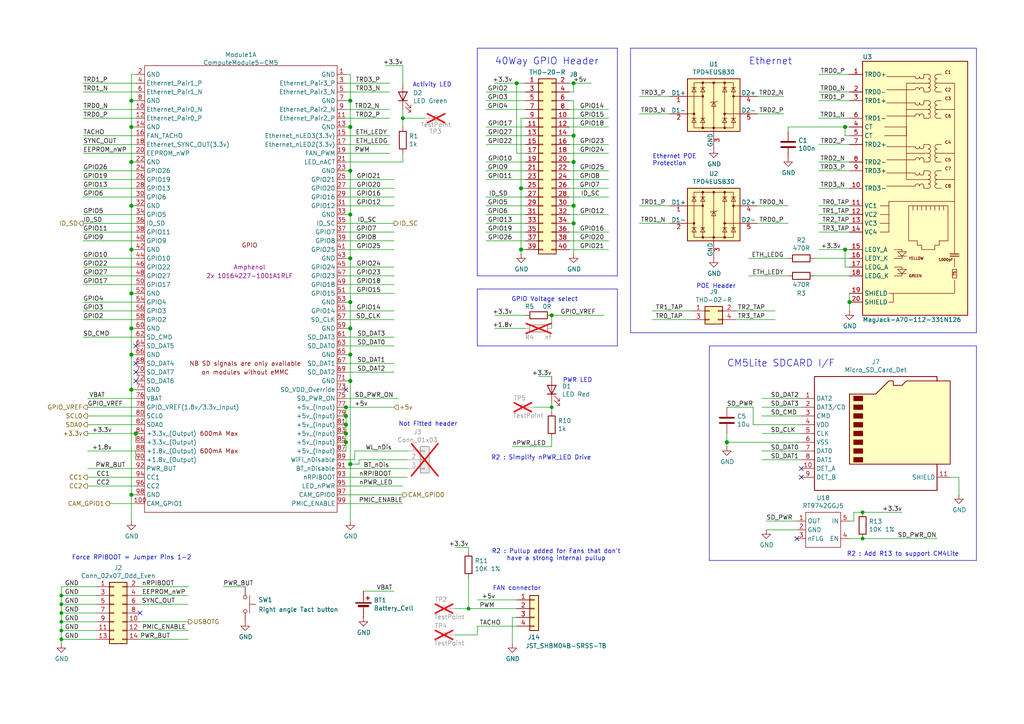
<source format=kicad_sch>
(kicad_sch (version 20250114) (generator "eeschema") (generator_version "9.0")
  (paper "A4")
  (title_block (title "Compute Module 5 IO Board - GPIO - Ethernet") (rev "1") (company "Copyright © 2024 Raspberry Pi Ltd.") (comment 1 "www.raspberrypi.com"))
  (text "40Way GPIO Header" (at 143.51 19.05 0) (effects (font (size 2.007 2.007)) (justify left bottom)))
  (text "Activity LED" (at 119.634 25.4 0) (effects (font (size 1.27 1.27)) (justify left bottom)))
  (text "R2 : Simplify nPWR_LED Drive" (at 156.972 132.842 0) (effects (font (size 1.27 1.27))))
  (text "FAN connector\n" (at 142.875 171.45 0) (effects (font (size 1.27 1.27)) (justify left bottom)))
  (text "R2 : Add R13 to support CM4Lite" (at 261.874 160.782 0) (effects (font (size 1.27 1.27))))
  (text "Ethernet POE\nProtection" (at 189.23 48.26 0) (effects (font (size 1.27 1.27)) (justify left bottom)))
  (text "GPIO Voltage select\n" (at 167.64 87.63 0) (effects (font (size 1.27 1.27)) (justify right bottom)))
  (text "R2 : Pullup added for Fans that don't \nhave a strong internal pullup " (at 161.798 161.036 0) (effects (font (size 1.27 1.27))))
  (text "Not Fitted header" (at 132.715 123.825 0) (effects (font (size 1.27 1.27)) (justify right bottom)))
  (text "POE Header" (at 201.93 83.82 0) (effects (font (size 1.27 1.27)) (justify left bottom)))
  (text "Force RPIBOOT = Jumper Pins 1-2 \n" (at 56.515 162.56 0) (effects (font (size 1.27 1.27)) (justify right bottom)))
  (text "PWR LED" (at 163.195 111.125 0) (effects (font (size 1.27 1.27)) (justify left bottom)))
  (text "Ethernet" (at 217.17 19.05 0) (effects (font (size 2.0066 2.0066)) (justify left bottom)))
  (text "CM5Lite SDCARD I/F" (at 210.82 106.68 0) (effects (font (size 2.007 2.007)) (justify left bottom)))
  (junction (at 101.6 36.83) (diameter 1.016))
  (junction (at 245.11 72.39) (diameter 1.016))
  (junction (at 101.6 29.21) (diameter 1.016))
  (junction (at 101.6 102.87) (diameter 1.016))
  (junction (at 38.1 113.03) (diameter 1.016))
  (junction (at 246.38 87.63) (diameter 1.016))
  (junction (at 38.1 46.99) (diameter 1.016))
  (junction (at 100.33 125.73) (diameter 1.016))
  (junction (at 151.13 54.61) (diameter 1.016))
  (junction (at 166.37 39.37) (diameter 1.016))
  (junction (at 17.78 175.26))
  (junction (at 38.1 72.39) (diameter 1.016))
  (junction (at 100.33 123.19) (diameter 1.016))
  (junction (at 38.1 143.51) (diameter 1.016))
  (junction (at 166.37 59.69) (diameter 1.016))
  (junction (at 38.1 59.69) (diameter 1.016))
  (junction (at 101.6 62.23) (diameter 1.016))
  (junction (at 38.1 95.25) (diameter 1.016))
  (junction (at 100.33 118.11) (diameter 1.016))
  (junction (at 101.6 95.25) (diameter 1.016))
  (junction (at 166.37 64.77) (diameter 1.016))
  (junction (at 210.82 128.27) (diameter 1.016))
  (junction (at 166.37 24.13) (diameter 1.016))
  (junction (at 250.19 156.21))
  (junction (at 101.6 87.63) (diameter 1.016))
  (junction (at 166.37 46.99) (diameter 1.016))
  (junction (at 38.1 85.09) (diameter 1.016))
  (junction (at 100.33 120.65) (diameter 1.016))
  (junction (at 160.02 118.11))
  (junction (at 38.1 36.83) (diameter 1.016))
  (junction (at 39.37 125.73) (diameter 1.016))
  (junction (at 17.78 172.72))
  (junction (at 38.1 102.87) (diameter 1.016))
  (junction (at 160.02 91.44) (diameter 1.016))
  (junction (at 38.1 29.21) (diameter 1.016))
  (junction (at 17.78 177.8))
  (junction (at 245.11 36.83) (diameter 1.016))
  (junction (at 100.33 128.27) (diameter 1.016))
  (junction (at 116.84 34.29))
  (junction (at 250.19 148.59))
  (junction (at 151.13 72.39) (diameter 1.016))
  (junction (at 17.78 185.42))
  (junction (at 101.6 110.49) (diameter 1.016))
  (junction (at 101.6 134.62) (diameter 1.016))
  (junction (at 101.6 49.53) (diameter 1.016))
  (junction (at 17.78 182.88))
  (junction (at 17.78 180.34))
  (junction (at 135.89 176.53))
  (junction (at 101.6 74.93) (diameter 1.016))
  (junction (at 149.86 24.13) (diameter 1.016))
  (no_connect (at 39.37 107.95))
  (no_connect (at 100.33 113.03))
  (no_connect (at 39.37 100.33))
  (no_connect (at 231.14 156.21))
  (no_connect (at 39.37 105.41))
  (no_connect (at 232.41 138.43))
  (no_connect (at 232.41 135.89))
  (no_connect (at 40.64 177.8))
  (no_connect (at 39.37 110.49))
  (wire (pts (xy 275.59 138.43) (xy 278.13 138.43)))
  (wire (pts (xy 101.6 110.49) (xy 101.6 134.62)))
  (polyline (pts (xy 138.43 13.97) (xy 138.43 80.01)) (stroke (width 0) (type solid)))
  (wire (pts (xy 40.64 175.26) (xy 54.61 175.26)))
  (polyline (pts (xy 138.43 80.01) (xy 179.07 80.01)) (stroke (width 0) (type solid)))
  (wire (pts (xy 100.33 135.89) (xy 118.11 135.89)))
  (wire (pts (xy 100.33 102.87) (xy 101.6 102.87)))
  (wire (pts (xy 24.13 90.17) (xy 39.37 90.17)))
  (wire (pts (xy 39.37 133.35) (xy 39.37 130.81)))
  (wire (pts (xy 237.49 41.91) (xy 246.38 41.91)))
  (wire (pts (xy 165.1 52.07) (xy 176.53 52.07)))
  (wire (pts (xy 24.13 44.45) (xy 39.37 44.45)))
  (wire (pts (xy 100.33 95.25) (xy 101.6 95.25)))
  (wire (pts (xy 165.1 34.29) (xy 176.53 34.29)))
  (wire (pts (xy 101.6 102.87) (xy 101.6 110.49)))
  (wire (pts (xy 100.33 100.33) (xy 114.3 100.33)))
  (wire (pts (xy 217.17 74.93) (xy 228.6 74.93)))
  (wire (pts (xy 39.37 128.27) (xy 39.37 125.73)))
  (wire (pts (xy 17.78 172.72) (xy 27.94 172.72)))
  (wire (pts (xy 105.41 171.45) (xy 114.3 171.45)))
  (wire (pts (xy 100.33 118.11) (xy 114.3 118.11)))
  (wire (pts (xy 101.6 36.83) (xy 101.6 49.53)))
  (wire (pts (xy 40.64 172.72) (xy 54.61 172.72)))
  (polyline (pts (xy 179.07 83.82) (xy 179.07 100.33)) (stroke (width 0) (type solid)))
  (wire (pts (xy 24.13 92.71) (xy 39.37 92.71)))
  (wire (pts (xy 116.84 36.83) (xy 116.84 34.29)))
  (wire (pts (xy 24.13 31.75) (xy 39.37 31.75)))
  (wire (pts (xy 24.13 77.47) (xy 39.37 77.47)))
  (wire (pts (xy 100.33 29.21) (xy 101.6 29.21)))
  (wire (pts (xy 220.98 120.65) (xy 232.41 120.65)))
  (wire (pts (xy 17.78 170.18) (xy 27.94 170.18)))
  (wire (pts (xy 247.65 151.13) (xy 246.38 151.13)))
  (wire (pts (xy 100.33 90.17) (xy 114.3 90.17)))
  (wire (pts (xy 17.78 185.42) (xy 27.94 185.42)))
  (wire (pts (xy 24.13 82.55) (xy 39.37 82.55)))
  (wire (pts (xy 166.37 64.77) (xy 166.37 59.69)))
  (wire (pts (xy 24.13 80.01) (xy 39.37 80.01)))
  (wire (pts (xy 100.33 34.29) (xy 113.03 34.29)))
  (wire (pts (xy 39.37 36.83) (xy 38.1 36.83)))
  (wire (pts (xy 100.33 44.45) (xy 113.03 44.45)))
  (wire (pts (xy 100.33 31.75) (xy 113.03 31.75)))
  (wire (pts (xy 102.87 133.35) (xy 102.87 130.81)))
  (wire (pts (xy 24.13 67.31) (xy 39.37 67.31)))
  (wire (pts (xy 237.49 59.69) (xy 246.38 59.69)))
  (wire (pts (xy 104.14 133.35) (xy 118.11 133.35)))
  (wire (pts (xy 100.33 87.63) (xy 101.6 87.63)))
  (wire (pts (xy 135.89 167.64) (xy 135.89 176.53)))
  (wire (pts (xy 166.37 39.37) (xy 166.37 46.99)))
  (wire (pts (xy 24.13 39.37) (xy 39.37 39.37)))
  (wire (pts (xy 39.37 21.59) (xy 38.1 21.59)))
  (wire (pts (xy 101.6 21.59) (xy 101.6 29.21)))
  (wire (pts (xy 236.22 80.01) (xy 246.38 80.01)))
  (wire (pts (xy 101.6 29.21) (xy 101.6 36.83)))
  (wire (pts (xy 38.1 143.51) (xy 38.1 151.13)))
  (wire (pts (xy 165.1 67.31) (xy 176.53 67.31)))
  (wire (pts (xy 148.59 179.07) (xy 148.59 186.69)))
  (wire (pts (xy 219.71 33.02) (xy 227.33 33.02)))
  (wire (pts (xy 100.33 57.15) (xy 114.3 57.15)))
  (wire (pts (xy 154.94 118.11) (xy 160.02 118.11)))
  (wire (pts (xy 100.33 143.51) (xy 116.84 143.51)))
  (wire (pts (xy 166.37 46.99) (xy 165.1 46.99)))
  (wire (pts (xy 100.33 107.95) (xy 114.3 107.95)))
  (wire (pts (xy 100.33 80.01) (xy 114.3 80.01)))
  (wire (pts (xy 151.13 72.39) (xy 151.13 73.66)))
  (wire (pts (xy 25.4 138.43) (xy 39.37 138.43)))
  (wire (pts (xy 101.6 95.25) (xy 101.6 102.87)))
  (wire (pts (xy 38.1 72.39) (xy 38.1 85.09)))
  (wire (pts (xy 213.36 92.71) (xy 224.79 92.71)))
  (wire (pts (xy 210.82 128.27) (xy 232.41 128.27)))
  (wire (pts (xy 101.6 49.53) (xy 101.6 62.23)))
  (wire (pts (xy 143.51 95.25) (xy 152.4 95.25)))
  (wire (pts (xy 24.13 74.93) (xy 39.37 74.93)))
  (polyline (pts (xy 182.88 13.97) (xy 283.21 13.97)) (stroke (width 0) (type solid)))
  (wire (pts (xy 100.33 140.97) (xy 116.84 140.97)))
  (wire (pts (xy 165.1 36.83) (xy 176.53 36.83)))
  (wire (pts (xy 149.86 44.45) (xy 152.4 44.45)))
  (wire (pts (xy 39.37 29.21) (xy 38.1 29.21)))
  (wire (pts (xy 17.78 180.34) (xy 27.94 180.34)))
  (wire (pts (xy 213.36 90.17) (xy 224.79 90.17)))
  (wire (pts (xy 40.64 182.88) (xy 54.61 182.88)))
  (polyline (pts (xy 179.07 13.97) (xy 138.43 13.97)) (stroke (width 0) (type solid)))
  (wire (pts (xy 25.4 140.97) (xy 39.37 140.97)))
  (wire (pts (xy 25.4 135.89) (xy 39.37 135.89)))
  (wire (pts (xy 189.23 90.17) (xy 200.66 90.17)))
  (wire (pts (xy 100.33 128.27) (xy 100.33 130.81)))
  (wire (pts (xy 40.64 170.18) (xy 54.61 170.18)))
  (wire (pts (xy 231.14 153.67) (xy 222.25 153.67)))
  (wire (pts (xy 246.38 36.83) (xy 245.11 36.83)))
  (wire (pts (xy 194.31 64.77) (xy 185.42 64.77)))
  (wire (pts (xy 132.08 176.53) (xy 135.89 176.53)))
  (wire (pts (xy 140.97 49.53) (xy 152.4 49.53)))
  (wire (pts (xy 100.33 41.91) (xy 113.03 41.91)))
  (wire (pts (xy 17.78 177.8) (xy 17.78 180.34)))
  (wire (pts (xy 100.33 115.57) (xy 115.57 115.57)))
  (wire (pts (xy 114.3 97.79) (xy 100.33 97.79)))
  (wire (pts (xy 24.13 26.67) (xy 39.37 26.67)))
  (wire (pts (xy 166.37 24.13) (xy 171.45 24.13)))
  (wire (pts (xy 217.17 80.01) (xy 228.6 80.01)))
  (wire (pts (xy 24.13 49.53) (xy 39.37 49.53)))
  (wire (pts (xy 231.14 151.13) (xy 222.25 151.13)))
  (wire (pts (xy 140.97 59.69) (xy 152.4 59.69)))
  (wire (pts (xy 100.33 120.65) (xy 100.33 123.19)))
  (wire (pts (xy 237.49 26.67) (xy 246.38 26.67)))
  (wire (pts (xy 100.33 74.93) (xy 101.6 74.93)))
  (wire (pts (xy 100.33 39.37) (xy 113.03 39.37)))
  (wire (pts (xy 140.97 67.31) (xy 152.4 67.31)))
  (wire (pts (xy 210.82 125.73) (xy 210.82 128.27)))
  (wire (pts (xy 165.1 41.91) (xy 176.53 41.91)))
  (polyline (pts (xy 139.7 83.82) (xy 179.07 83.82)) (stroke (width 0) (type solid)))
  (polyline (pts (xy 283.21 162.56) (xy 205.74 162.56)) (stroke (width 0) (type solid)))
  (wire (pts (xy 140.97 46.99) (xy 152.4 46.99)))
  (wire (pts (xy 100.33 138.43) (xy 118.11 138.43)))
  (wire (pts (xy 38.1 95.25) (xy 39.37 95.25)))
  (wire (pts (xy 40.64 185.42) (xy 54.61 185.42)))
  (wire (pts (xy 218.44 123.19) (xy 218.44 118.11)))
  (wire (pts (xy 38.1 102.87) (xy 38.1 113.03)))
  (wire (pts (xy 38.1 85.09) (xy 38.1 95.25)))
  (wire (pts (xy 31.75 146.05) (xy 39.37 146.05)))
  (wire (pts (xy 116.84 19.05) (xy 116.84 24.13)))
  (wire (pts (xy 152.4 34.29) (xy 151.13 34.29)))
  (wire (pts (xy 237.49 64.77) (xy 246.38 64.77)))
  (wire (pts (xy 17.78 175.26) (xy 27.94 175.26)))
  (wire (pts (xy 116.84 34.29) (xy 116.84 31.75)))
  (wire (pts (xy 135.89 160.02) (xy 135.89 158.75)))
  (wire (pts (xy 247.65 148.59) (xy 247.65 151.13)))
  (wire (pts (xy 236.22 74.93) (xy 246.38 74.93)))
  (wire (pts (xy 140.97 62.23) (xy 152.4 62.23)))
  (wire (pts (xy 237.49 29.21) (xy 246.38 29.21)))
  (wire (pts (xy 165.1 72.39) (xy 176.53 72.39)))
  (wire (pts (xy 165.1 24.13) (xy 166.37 24.13)))
  (wire (pts (xy 104.14 134.62) (xy 104.14 133.35)))
  (wire (pts (xy 101.6 134.62) (xy 101.6 151.13)))
  (wire (pts (xy 278.13 138.43) (xy 278.13 143.51)))
  (wire (pts (xy 38.1 59.69) (xy 38.1 72.39)))
  (wire (pts (xy 17.78 177.8) (xy 27.94 177.8)))
  (wire (pts (xy 38.1 113.03) (xy 39.37 113.03)))
  (wire (pts (xy 38.1 72.39) (xy 39.37 72.39)))
  (wire (pts (xy 24.13 54.61) (xy 39.37 54.61)))
  (wire (pts (xy 100.33 52.07) (xy 114.3 52.07)))
  (wire (pts (xy 246.38 87.63) (xy 246.38 90.17)))
  (wire (pts (xy 25.4 130.81) (xy 39.37 130.81)))
  (wire (pts (xy 24.13 97.79) (xy 39.37 97.79)))
  (wire (pts (xy 237.49 49.53) (xy 246.38 49.53)))
  (wire (pts (xy 24.13 24.13) (xy 39.37 24.13)))
  (polyline (pts (xy 283.21 100.33) (xy 283.21 162.56)) (stroke (width 0) (type solid)))
  (wire (pts (xy 100.33 62.23) (xy 101.6 62.23)))
  (wire (pts (xy 143.51 24.13) (xy 149.86 24.13)))
  (wire (pts (xy 246.38 85.09) (xy 246.38 87.63)))
  (wire (pts (xy 100.33 24.13) (xy 113.03 24.13)))
  (wire (pts (xy 250.19 148.59) (xy 261.62 148.59)))
  (wire (pts (xy 100.33 36.83) (xy 101.6 36.83)))
  (wire (pts (xy 38.1 95.25) (xy 38.1 102.87)))
  (wire (pts (xy 160.02 127) (xy 160.02 129.54)))
  (wire (pts (xy 39.37 143.51) (xy 38.1 143.51)))
  (wire (pts (xy 24.13 57.15) (xy 39.37 57.15)))
  (wire (pts (xy 166.37 64.77) (xy 166.37 73.66)))
  (wire (pts (xy 185.42 59.69) (xy 194.31 59.69)))
  (wire (pts (xy 245.11 39.37) (xy 245.11 36.83)))
  (wire (pts (xy 220.98 130.81) (xy 232.41 130.81)))
  (wire (pts (xy 25.4 123.19) (xy 39.37 123.19)))
  (wire (pts (xy 38.1 113.03) (xy 38.1 143.51)))
  (wire (pts (xy 237.49 72.39) (xy 245.11 72.39)))
  (wire (pts (xy 160.02 116.84) (xy 160.02 118.11)))
  (wire (pts (xy 135.89 176.53) (xy 149.86 176.53)))
  (wire (pts (xy 228.6 36.83) (xy 245.11 36.83)))
  (wire (pts (xy 102.87 130.81) (xy 118.11 130.81)))
  (wire (pts (xy 100.33 146.05) (xy 116.84 146.05)))
  (wire (pts (xy 220.98 115.57) (xy 232.41 115.57)))
  (wire (pts (xy 100.33 64.77) (xy 114.3 64.77)))
  (wire (pts (xy 140.97 36.83) (xy 152.4 36.83)))
  (wire (pts (xy 247.65 148.59) (xy 250.19 148.59)))
  (wire (pts (xy 101.6 87.63) (xy 101.6 95.25)))
  (wire (pts (xy 149.86 179.07) (xy 148.59 179.07)))
  (wire (pts (xy 100.33 54.61) (xy 114.3 54.61)))
  (wire (pts (xy 245.11 77.47) (xy 245.11 72.39)))
  (wire (pts (xy 237.49 21.59) (xy 246.38 21.59)))
  (wire (pts (xy 116.84 46.99) (xy 116.84 44.45)))
  (wire (pts (xy 100.33 133.35) (xy 102.87 133.35)))
  (wire (pts (xy 100.33 69.85) (xy 114.3 69.85)))
  (wire (pts (xy 114.3 105.41) (xy 100.33 105.41)))
  (polyline (pts (xy 283.21 96.52) (xy 182.88 96.52)) (stroke (width 0) (type solid)))
  (wire (pts (xy 25.4 118.11) (xy 39.37 118.11)))
  (wire (pts (xy 140.97 29.21) (xy 152.4 29.21)))
  (wire (pts (xy 219.71 27.94) (xy 227.33 27.94)))
  (wire (pts (xy 17.78 180.34) (xy 17.78 182.88)))
  (polyline (pts (xy 182.88 96.52) (xy 182.88 13.97)) (stroke (width 0) (type solid)))
  (wire (pts (xy 100.33 85.09) (xy 114.3 85.09)))
  (polyline (pts (xy 205.74 162.56) (xy 205.74 100.33)) (stroke (width 0) (type solid)))
  (wire (pts (xy 143.51 91.44) (xy 152.4 91.44)))
  (wire (pts (xy 140.97 26.67) (xy 152.4 26.67)))
  (wire (pts (xy 166.37 59.69) (xy 166.37 46.99)))
  (wire (pts (xy 24.13 34.29) (xy 39.37 34.29)))
  (wire (pts (xy 25.4 115.57) (xy 39.37 115.57)))
  (wire (pts (xy 165.1 31.75) (xy 176.53 31.75)))
  (wire (pts (xy 165.1 62.23) (xy 176.53 62.23)))
  (wire (pts (xy 140.97 57.15) (xy 152.4 57.15)))
  (wire (pts (xy 185.42 27.94) (xy 194.31 27.94)))
  (wire (pts (xy 25.4 125.73) (xy 39.37 125.73)))
  (wire (pts (xy 132.08 184.15) (xy 138.43 184.15)))
  (wire (pts (xy 165.1 59.69) (xy 166.37 59.69)))
  (wire (pts (xy 100.33 59.69) (xy 114.3 59.69)))
  (wire (pts (xy 166.37 39.37) (xy 165.1 39.37)))
  (wire (pts (xy 245.11 72.39) (xy 246.38 72.39)))
  (wire (pts (xy 138.43 181.61) (xy 149.86 181.61)))
  (polyline (pts (xy 205.74 100.33) (xy 283.21 100.33)) (stroke (width 0) (type solid)))
  (wire (pts (xy 151.13 34.29) (xy 151.13 54.61)))
  (wire (pts (xy 114.3 92.71) (xy 100.33 92.71)))
  (wire (pts (xy 100.33 67.31) (xy 114.3 67.31)))
  (wire (pts (xy 140.97 31.75) (xy 152.4 31.75)))
  (wire (pts (xy 140.97 39.37) (xy 152.4 39.37)))
  (polyline (pts (xy 179.07 13.97) (xy 179.07 80.01)) (stroke (width 0) (type solid)))
  (polyline (pts (xy 283.21 13.97) (xy 283.21 96.52)) (stroke (width 0) (type solid)))
  (wire (pts (xy 149.86 24.13) (xy 149.86 44.45)))
  (wire (pts (xy 135.89 158.75) (xy 132.08 158.75)))
  (wire (pts (xy 17.78 182.88) (xy 27.94 182.88)))
  (wire (pts (xy 166.37 29.21) (xy 166.37 39.37)))
  (wire (pts (xy 24.13 64.77) (xy 39.37 64.77)))
  (wire (pts (xy 165.1 26.67) (xy 166.37 26.67)))
  (wire (pts (xy 25.4 120.65) (xy 39.37 120.65)))
  (wire (pts (xy 38.1 36.83) (xy 38.1 46.99)))
  (wire (pts (xy 100.33 46.99) (xy 116.84 46.99)))
  (wire (pts (xy 151.13 72.39) (xy 152.4 72.39)))
  (wire (pts (xy 185.42 33.02) (xy 194.31 33.02)))
  (wire (pts (xy 24.13 52.07) (xy 39.37 52.07)))
  (wire (pts (xy 151.13 54.61) (xy 152.4 54.61)))
  (polyline (pts (xy 138.43 100.33) (xy 138.43 83.82)) (stroke (width 0) (type solid)))
  (wire (pts (xy 160.02 91.44) (xy 175.26 91.44)))
  (wire (pts (xy 140.97 69.85) (xy 152.4 69.85)))
  (wire (pts (xy 237.49 67.31) (xy 246.38 67.31)))
  (wire (pts (xy 219.71 59.69) (xy 228.6 59.69)))
  (wire (pts (xy 160.02 109.22) (xy 156.21 109.22)))
  (wire (pts (xy 17.78 185.42) (xy 17.78 186.69)))
  (wire (pts (xy 100.33 72.39) (xy 114.3 72.39)))
  (wire (pts (xy 38.1 29.21) (xy 38.1 36.83)))
  (wire (pts (xy 100.33 21.59) (xy 101.6 21.59)))
  (wire (pts (xy 165.1 49.53) (xy 176.53 49.53)))
  (wire (pts (xy 237.49 34.29) (xy 246.38 34.29)))
  (wire (pts (xy 100.33 110.49) (xy 101.6 110.49)))
  (wire (pts (xy 246.38 77.47) (xy 245.11 77.47)))
  (wire (pts (xy 24.13 69.85) (xy 39.37 69.85)))
  (wire (pts (xy 24.13 87.63) (xy 39.37 87.63)))
  (wire (pts (xy 100.33 118.11) (xy 100.33 120.65)))
  (wire (pts (xy 17.78 170.18) (xy 17.78 172.72)))
  (wire (pts (xy 138.43 184.15) (xy 138.43 181.61)))
  (wire (pts (xy 111.76 19.05) (xy 116.84 19.05)))
  (wire (pts (xy 210.82 128.27) (xy 210.82 129.54)))
  (wire (pts (xy 100.33 49.53) (xy 101.6 49.53)))
  (wire (pts (xy 151.13 54.61) (xy 151.13 72.39)))
  (wire (pts (xy 100.33 26.67) (xy 113.03 26.67)))
  (wire (pts (xy 232.41 123.19) (xy 218.44 123.19)))
  (wire (pts (xy 165.1 44.45) (xy 176.53 44.45)))
  (wire (pts (xy 250.19 156.21) (xy 271.78 156.21)))
  (wire (pts (xy 24.13 62.23) (xy 39.37 62.23)))
  (wire (pts (xy 237.49 46.99) (xy 246.38 46.99)))
  (wire (pts (xy 237.49 62.23) (xy 246.38 62.23)))
  (wire (pts (xy 219.71 64.77) (xy 228.6 64.77)))
  (wire (pts (xy 24.13 41.91) (xy 39.37 41.91)))
  (wire (pts (xy 246.38 156.21) (xy 250.19 156.21)))
  (wire (pts (xy 17.78 172.72) (xy 17.78 175.26)))
  (wire (pts (xy 189.23 92.71) (xy 200.66 92.71)))
  (wire (pts (xy 101.6 74.93) (xy 101.6 87.63)))
  (polyline (pts (xy 139.7 83.82) (xy 138.43 83.82)) (stroke (width 0) (type solid)))
  (wire (pts (xy 148.59 129.54) (xy 160.02 129.54)))
  (wire (pts (xy 100.33 123.19) (xy 100.33 125.73)))
  (wire (pts (xy 228.6 38.1) (xy 228.6 36.83)))
  (wire (pts (xy 232.41 118.11) (xy 220.98 118.11)))
  (wire (pts (xy 140.97 64.77) (xy 152.4 64.77)))
  (wire (pts (xy 38.1 46.99) (xy 39.37 46.99)))
  (wire (pts (xy 140.97 52.07) (xy 152.4 52.07)))
  (wire (pts (xy 64.77 170.18) (xy 71.12 170.18)))
  (wire (pts (xy 237.49 54.61) (xy 246.38 54.61)))
  (wire (pts (xy 140.97 41.91) (xy 152.4 41.91)))
  (wire (pts (xy 38.1 21.59) (xy 38.1 29.21)))
  (wire (pts (xy 138.43 173.99) (xy 149.86 173.99)))
  (wire (pts (xy 38.1 85.09) (xy 39.37 85.09)))
  (wire (pts (xy 165.1 64.77) (xy 166.37 64.77)))
  (wire (pts (xy 100.33 125.73) (xy 100.33 128.27)))
  (wire (pts (xy 160.02 91.44) (xy 160.02 95.25)))
  (wire (pts (xy 100.33 77.47) (xy 114.3 77.47)))
  (wire (pts (xy 38.1 102.87) (xy 39.37 102.87)))
  (wire (pts (xy 38.1 59.69) (xy 39.37 59.69)))
  (polyline (pts (xy 179.07 100.33) (xy 139.7 100.33)) (stroke (width 0) (type solid)))
  (wire (pts (xy 152.4 24.13) (xy 149.86 24.13)))
  (wire (pts (xy 165.1 69.85) (xy 176.53 69.85)))
  (wire (pts (xy 160.02 118.11) (xy 160.02 119.38)))
  (wire (pts (xy 210.82 118.11) (xy 218.44 118.11)))
  (wire (pts (xy 246.38 39.37) (xy 245.11 39.37)))
  (wire (pts (xy 232.41 125.73) (xy 220.98 125.73)))
  (wire (pts (xy 166.37 26.67) (xy 166.37 24.13)))
  (wire (pts (xy 232.41 133.35) (xy 220.98 133.35)))
  (wire (pts (xy 40.64 180.34) (xy 54.61 180.34)))
  (wire (pts (xy 17.78 182.88) (xy 17.78 185.42)))
  (wire (pts (xy 100.33 82.55) (xy 114.3 82.55)))
  (wire (pts (xy 116.84 34.29) (xy 123.19 34.29)))
  (wire (pts (xy 101.6 62.23) (xy 101.6 74.93)))
  (wire (pts (xy 38.1 46.99) (xy 38.1 59.69)))
  (wire (pts (xy 165.1 57.15) (xy 176.53 57.15)))
  (wire (pts (xy 17.78 175.26) (xy 17.78 177.8)))
  (wire (pts (xy 101.6 134.62) (xy 104.14 134.62)))
  (wire (pts (xy 165.1 54.61) (xy 176.53 54.61)))
  (wire (pts (xy 165.1 29.21) (xy 166.37 29.21)))
  (polyline (pts (xy 138.43 100.33) (xy 139.7 100.33)) (stroke (width 0) (type solid)))
  (label "+1.8v" (at 148.59 95.25 180))
  (label "GPIO24" (at 175.26 44.45 180))
  (label "SD_DAT2" (at 111.76 107.95 180))
  (label "+5v" (at 170.18 24.13 180))
  (label "GPIO5" (at 24.13 62.23 0))
  (label "TRD3_N" (at 103.124 26.67 0))
  (label "GPIO2" (at 24.13 92.71 0))
  (label "GPIO9" (at 24.13 69.85 0))
  (label "TRD3_N" (at 245.11 54.61 180))
  (label "ETH_LEDG" (at 103.124 41.91 0))
  (label "SD_DAT1" (at 111.76 105.41 180))
  (label "TRD1_N" (at 193.04 64.77 180))
  (label "+3.3v" (at 148.59 24.13 180))
  (label "GPIO10" (at 24.13 74.93 0))
  (label "TRD3_P" (at 103.124 24.13 0))
  (label "GPIO6" (at 24.13 57.15 0))
  (label "TRD0_P" (at 227.33 64.77 180))
  (label "TRD3_P" (at 193.04 27.94 180))
  (label "GPIO8" (at 173.99 52.07 180))
  (label "GPIO20" (at 110.49 54.61 180))
  (label "SD_DAT2" (at 223.52 115.57 0))
  (label "GPIO25" (at 110.49 72.39 180))
  (label "GPIO2" (at 147.32 26.67 180))
  (label "SD_DAT0" (at 111.76 100.33 180))
  (label "GPIO26" (at 148.59 69.85 180))
  (label "GPIO15" (at 110.49 85.09 180))
  (label "GPIO13" (at 24.13 54.61 0))
  (label "TRD1_P" (at 193.04 59.69 180))
  (label "GPIO7" (at 109.22 67.31 180))
  (label "GPIO14" (at 110.49 90.17 180))
  (label "BT_nDis" (at 112.8776 135.89 180))
  (label "SD_PWR_ON" (at 260.35 156.21 0))
  (label "GPIO7" (at 173.99 54.61 180))
  (label "ETH_LEDY" (at 103.124 39.37 0))
  (label "VBAT" (at 109.22 171.45 0))
  (label "TR1_TAP" (at 198.12 90.17 180))
  (label "SD_PWR_ON" (at 102.87 115.57 0))
  (label "PWM" (at 102.87 44.45 0))
  (label "GPIO4" (at 24.13 87.63 0))
  (label "GPIO10" (at 148.59 46.99 180))
  (label "TRD1_P" (at 24.13 24.13 0))
  (label "CC1" (at 27.94 138.43 0))
  (label "TRD1_P" (at 245.11 29.21 180))
  (label "WL_nDis" (at 113.665 130.81 180))
  (label "GPIO6" (at 147.32 62.23 180))
  (label "+3.3v" (at 261.62 148.59 180))
  (label "GPIO17" (at 148.59 36.83 180))
  (label "+3.3v" (at 116.84 19.05 180))
  (label "GPIO19" (at 148.59 67.31 180))
  (label "GND" (at 22.86 182.88 180))
  (label "SD_DAT3" (at 111.76 97.79 180))
  (label "GPIO27" (at 24.13 80.01 0))
  (label "EEPROM_nWP" (at 24.13 44.45 0))
  (label "GPIO_VREF" (at 25.4 118.11 0))
  (label "SD_PWR" (at 210.82 118.11 0))
  (label "GPIO9" (at 147.32 49.53 180))
  (label "GPIO20" (at 175.26 69.85 180))
  (label "TR0_TAP" (at 198.0184 92.71 180))
  (label "SD_DAT0" (at 223.52 130.81 0))
  (label "GPIO21" (at 110.49 52.07 180))
  (label "GPIO23" (at 110.49 80.01 180))
  (label "ID_SD" (at 147.32 57.15 180))
  (label "GPIO16" (at 175.26 67.31 180))
  (label "TRD0_N" (at 24.13 31.75 0))
  (label "TRD3_P" (at 245.11 49.53 180))
  (label "ETH_LEDY" (at 227.33 80.01 180))
  (label "TRD0_N" (at 227.33 59.69 180))
  (label "TRD2_N" (at 227.33 27.94 180))
  (label "ETH_LEDG" (at 227.33 74.93 180))
  (label "TRD0_N" (at 245.11 26.67 180))
  (label "TR2_TAP" (at 246.38 64.77 180))
  (label "GPIO22" (at 148.59 41.91 180))
  (label "+1.8v" (at 26.67 130.81 0))
  (label "SYNC_OUT" (at 50.8 175.26 180))
  (label "PWR_BUT" (at 64.77 170.18 0))
  (label "GPIO18" (at 175.26 36.83 180))
  (label "SD_DAT3" (at 223.52 118.11 0))
  (label "TR2_TAP" (at 221.9198 90.17 180))
  (label "+5v" (at 139.7 173.99 0))
  (label "+3.3v" (at 135.89 158.75 180))
  (label "SD_CLK" (at 110.49 92.71 180))
  (label "GND" (at 22.86 170.18 180))
  (label "GPIO16" (at 110.49 57.15 180))
  (label "GPIO12" (at 110.49 59.69 180))
  (label "GPIO23" (at 175.26 41.91 180))
  (label "+3.3v" (at 26.67 125.73 0))
  (label "SD_CMD" (at 223.52 120.65 0))
  (label "PWM" (at 139.065 176.53 0))
  (label "ID_SC" (at 173.99 57.15 180))
  (label "GPIO8" (at 109.22 69.85 180))
  (label "GPIO17" (at 24.13 82.55 0))
  (label "SYNC_OUT" (at 24.13 41.91 0))
  (label "nPWR_LED" (at 148.59 129.54 0))
  (label "SD_PWR" (at 222.25 151.13 0))
  (label "SD_DAT1" (at 223.52 133.35 0))
  (label "TRD0_P" (at 245.11 21.59 180))
  (label "GPIO18" (at 110.49 82.55 180))
  (label "TRD2_N" (at 102.87 31.75 0))
  (label "GPIO15" (at 175.26 34.29 180))
  (label "GPIO5" (at 147.32 59.69 180))
  (label "nPWR_LED" (at 104.14 140.97 0))
  (label "PMIC_ENABLE" (at 53.975 182.88 180))
  (label "TR3_TAP" (at 221.8944 92.71 180))
  (label "GPIO3" (at 147.32 29.21 180))
  (label "TRD0_P" (at 24.13 34.29 0))
  (label "nRPIBOOT" (at 50.546 170.18 180))
  (label "+3.3v" (at 148.59 91.44 180))
  (label "GND" (at 22.86 177.8 180))
  (label "GND" (at 22.86 185.42 180))
  (label "GPIO26" (at 24.13 49.53 0))
  (label "TACHO" (at 139.065 181.61 0))
  (label "PWR_BUT" (at 27.686 135.89 0))
  (label "GPIO12" (at 175.26 62.23 180))
  (label "nRPIBOOT" (at 104.14 138.43 0))
  (label "EEPROM_nWP" (at 53.848 172.72 180))
  (label "GPIO11" (at 24.13 67.31 0))
  (label "ID_SD" (at 24.13 64.77 0))
  (label "TRD1_N" (at 24.13 26.67 0))
  (label "GPIO24" (at 110.49 77.47 180))
  (label "GND" (at 22.86 175.26 180))
  (label "TRD3_N" (at 193.04 33.02 180))
  (label "GPIO27" (at 148.59 39.37 180))
  (label "TR1_TAP" (at 246.38 62.23 180))
  (label "VBAT" (at 30.48 115.57 180))
  (label "ID_SC" (at 109.22 64.77 180))
  (label "TRD2_P" (at 245.11 41.91 180))
  (label "GPIO21" (at 175.26 72.39 180))
  (label "CC2" (at 27.94 140.97 0))
  (label "GPIO14" (at 175.26 31.75 180))
  (label "TACHO" (at 24.13 39.37 0))
  (label "GPIO25" (at 175.26 49.53 180))
  (label "TRD2_N" (at 245.11 46.99 180))
  (label "TR0_TAP" (at 246.38 59.69 180))
  (label "+5v" (at 106.68 118.11 180))
  (label "SD_CMD" (at 24.13 97.79 0))
  (label "TRD1_N" (at 245.11 34.29 180))
  (label "PMIC_ENABLE" (at 116.84 146.05 180))
  (label "+3.3v" (at 160.02 109.22 180))
  (label "GPIO13" (at 148.59 64.77 180))
  (label "GPIO_VREF" (at 162.56 91.44 0))
  (label "TRD2_P" (at 103.124 34.29 0))
  (label "GND" (at 22.86 172.72 180))
  (label "GPIO19" (at 24.13 52.07 0))
  (label "GPIO11" (at 148.59 52.07 180))
  (label "PWR_BUT" (at 40.64 185.42 0))
  (label "TR3_TAP" (at 246.38 67.31 180))
  (label "SD_CLK" (at 223.52 125.73 0))
  (label "GND" (at 22.86 180.34 180))
  (label "GPIO4" (at 147.32 31.75 180))
  (label "+3.3v" (at 243.84 72.39 180))
  (label "GPIO22" (at 24.13 77.47 0))
  (label "TRD2_P" (at 227.33 33.02 180))
  (label "GPIO3" (at 24.13 90.17 0))
  (hierarchical_label "CC1" (shape output) (at 25.4 138.43 180))
  (hierarchical_label "ID_SD" (shape output) (at 24.13 64.77 180))
  (hierarchical_label "SDA0" (shape output) (at 25.4 123.19 180))
  (hierarchical_label "CAM_GPIO1" (shape output) (at 31.75 146.05 180))
  (hierarchical_label "CC2" (shape output) (at 25.4 140.97 180))
  (hierarchical_label "+3.3v" (shape output) (at 25.4 125.73 180))
  (hierarchical_label "GPIO_VREF" (shape output) (at 25.4 118.11 180))
  (hierarchical_label "ID_SC" (shape output) (at 114.3 64.77 0))
  (hierarchical_label "SCL0" (shape output) (at 25.4 120.65 180))
  (hierarchical_label "CAM_GPIO0" (shape output) (at 116.84 143.51 0))
  (hierarchical_label "+5v" (shape input) (at 114.3 118.11 0))
  (hierarchical_label "USBOTG" (shape output) (at 54.61 180.34 0))
  (symbol (lib_id "CM5IO:RT9742GGJ5") (at 240.03 161.29 0) (unit 1)
    (property "Reference" "U18" (at 238.76 144.399 0))
    (property "Value" "RT9742GGJ5" (at 238.76 146.7104 0))
    (property "Footprint" "Package_TO_SOT_SMD:SOT-23-5" (effects (hide yes)))
    (property "Datasheet" "https://www.richtek.com/assets/product_file/RT9742/DS9742-00.pdf" (effects (hide yes)))
    (property "Field4" "Farnell" (effects (hide yes)))
    (property "Field5" "	2545875" (effects (hide yes)))
    (property "Field6" "RT9742GGJ5" (effects (hide yes)))
    (property "Field7" "RichTek" (effects (hide yes)))
    (property "Field8" "USWI00166" (effects (hide yes)))
    (property "Part Description" "	Power Switch/Driver 1:1 N-Channel 1A TSOT-23-5" (effects (hide yes)))
  )
  (symbol (lib_id "power:GND") (at 222.25 153.67 0) (unit 1)
    (property "Reference" "#PWR0113" (effects (hide yes)))
    (property "Value" "GND" (at 222.377 158.0642 0))
    (property "Description" "Power symbol creates a global label with name \"GND\" , ground" (effects (hide yes)))
  )
  (symbol (lib_id "CM5IO:ComputeModule5-CM5") (at 72.39 77.47 0) (unit 1)
    (property "Reference" "Module1" (at 69.85 15.875 0))
    (property "Value" "ComputeModule5-CM5" (at 69.85 18.1864 0))
    (property "Footprint" "CM5IO:Raspberry-Pi-5-Compute-Module" (effects (hide yes)))
    (property "Description" "RaspberryPi Compute module 5" (effects (hide yes)))
    (property "Field4" "Amphenol" (at 72.39 77.47 0))
    (property "Field5" "2x 10164227-1001A1RLF" (at 72.39 80.01 0))
    (property "Field6" "2x 10164227-1001A1RLF" (effects (hide yes)))
    (property "Field7" "Hirose" (effects (hide yes)))
    (property "Part Description" "	100 Position Connector Receptacle, Center Strip Contacts Surface Mount Gold" (effects (hide yes)))
  )
  (symbol (lib_id "Device:C") (at 228.6 41.91 0) (unit 1)
    (property "Reference" "C1" (at 231.521 40.7416 0) (effects (justify left)))
    (property "Value" "100n" (at 231.521 43.053 0) (effects (justify left)))
    (property "Footprint" "Capacitor_SMD:C_0402_1005Metric" (effects (hide yes)))
    (property "Datasheet" "https://search.murata.co.jp/Ceramy/image/img/A01X/G101/ENG/GRM155R71C104KA88-01.pdf" (effects (hide yes)))
    (property "Field4" "Farnell" (effects (hide yes)))
    (property "Field5" "2611911" (effects (hide yes)))
    (property "Field6" "RM EMK105 B7104KV-F" (effects (hide yes)))
    (property "Field7" "TAIYO YUDEN EUROPE GMBH" (effects (hide yes)))
    (property "Part Description" "	0.1uF 10% 16V Ceramic Capacitor X7R 0402 (1005 Metric)" (effects (hide yes)))
    (property "Field8" "110091611" (effects (hide yes)))
  )
  (symbol (lib_id "power:GND") (at 228.6 45.72 0) (unit 1)
    (property "Reference" "#PWR0101" (effects (hide yes)))
    (property "Value" "GND" (at 228.727 50.1142 0))
    (property "Description" "Power symbol creates a global label with name \"GND\" , ground" (effects (hide yes)))
  )
  (symbol (lib_id "Connector_Generic:Conn_02x02_Odd_Even") (at 205.74 90.17 0) (unit 1)
    (property "Reference" "J9" (at 207.01 84.6582 0))
    (property "Value" "THD-02-R" (at 207.01 86.9696 0))
    (property "Footprint" "Connector_PinHeader_2.54mm:PinHeader_2x02_P2.54mm_Vertical" (effects (hide yes)))
    (property "Datasheet" "https://www.toby.co.uk/uploads/publications/1673.pdf" (effects (hide yes)))
    (property "Field4" "Toby" (effects (hide yes)))
    (property "Field5" "THD-02-R" (effects (hide yes)))
    (property "Field6" "151-604-425-761" (effects (hide yes)))
    (property "Field7" "EDAC" (effects (hide yes)))
    (property "Field8" "UCON00791" (effects (hide yes)))
    (property "Part Description" "PinHeader_2x02_P2.54mm_Vertical" (effects (hide yes)))
  )
  (symbol (lib_id "Connector_Generic:Conn_02x20_Odd_Even") (at 157.48 46.99 0) (unit 1)
    (property "Reference" "J8" (at 166.37 21.59 0))
    (property "Value" "THD-20-R" (at 158.75 20.9296 0))
    (property "Footprint" "Connector_PinHeader_2.54mm:PinHeader_2x20_P2.54mm_Vertical" (effects (hide yes)))
    (property "Datasheet" "https://www.toby.co.uk/uploads/publications/1673.pdf" (effects (hide yes)))
    (property "Field4" "Toby" (effects (hide yes)))
    (property "Field5" "THD-20-R" (effects (hide yes)))
    (property "Field6" "THD-20-R" (effects (hide yes)))
    (property "Field7" "Toby" (effects (hide yes)))
    (property "Field8" "UCON00511" (effects (hide yes)))
    (property "Part Description" "PinHeader_2x20_P2.54mm_Vertical" (effects (hide yes)))
  )
  (symbol (lib_id "Device:C") (at 210.82 121.92 0) (unit 1)
    (property "Reference" "C5" (at 213.741 120.7516 0) (effects (justify left)))
    (property "Value" "10u" (at 213.741 123.063 0) (effects (justify left)))
    (property "Footprint" "Capacitor_SMD:C_0805_2012Metric" (effects (hide yes)))
    (property "Datasheet" "https://search.murata.co.jp/Ceramy/image/img/A01X/G101/ENG/GRM21BR71A106KA73-01.pdf" (effects (hide yes)))
    (property "Field5" "490-14381-1-ND" (effects (hide yes)))
    (property "Field4" "Digikey" (effects (hide yes)))
    (property "Field6" "GRM21BR71A106KA73L" (effects (hide yes)))
    (property "Field7" "Murata" (effects (hide yes)))
    (property "Part Description" "	10uF 10% 10V Ceramic Capacitor X7R 0805 (2012 Metric)" (effects (hide yes)))
    (property "Field8" "111893011" (effects (hide yes)))
  )
  (symbol (lib_id "power:GND") (at 166.37 73.66 0) (unit 1)
    (property "Reference" "#PWR0102" (effects (hide yes)))
    (property "Value" "GND" (at 166.497 78.0542 0))
    (property "Description" "Power symbol creates a global label with name \"GND\" , ground" (effects (hide yes)))
  )
  (symbol (lib_id "power:GND") (at 151.13 73.66 0) (unit 1)
    (property "Reference" "#PWR0103" (effects (hide yes)))
    (property "Value" "GND" (at 151.257 78.0542 0))
    (property "Description" "Power symbol creates a global label with name \"GND\" , ground" (effects (hide yes)))
  )
  (symbol (lib_id "Device:R") (at 232.41 74.93 270) (unit 1)
    (property "Reference" "R2" (at 232.41 69.6722 90))
    (property "Value" "470R" (at 232.41 71.9836 90))
    (property "Footprint" "Resistor_SMD:R_0402_1005Metric" (effects (hide yes)))
    (property "Datasheet" "https://fscdn.rohm.com/en/products/databook/datasheet/passive/resistor/chip_resistor/mcr-e.pdf" (effects (hide yes)))
    (property "Field4" "Farnell" (effects (hide yes)))
    (property "Field5" "9239197" (effects (hide yes)))
    (property "Field7" "KOA EUROPE GMBH" (effects (hide yes)))
    (property "Field6" "RK73G1ETQTP4700D         " (effects (hide yes)))
    (property "Field8" "120887981" (effects (hide yes)))
    (property "Part Description" "Resistor 470R M1005 1% 63mW" (effects (hide yes)))
  )
  (symbol (lib_id "Device:R") (at 232.41 80.01 270) (unit 1)
    (property "Reference" "R3" (at 232.41 85.09 90))
    (property "Value" "470R" (at 232.41 82.55 90))
    (property "Footprint" "Resistor_SMD:R_0402_1005Metric" (effects (hide yes)))
    (property "Datasheet" "https://fscdn.rohm.com/en/products/databook/datasheet/passive/resistor/chip_resistor/mcr-e.pdf" (effects (hide yes)))
    (property "Field4" "Farnell" (effects (hide yes)))
    (property "Field5" "9239197" (effects (hide yes)))
    (property "Field7" "KOA EUROPE GMBH" (effects (hide yes)))
    (property "Field6" "RK73G1ETQTP4700D         " (effects (hide yes)))
    (property "Field8" "120887981" (effects (hide yes)))
    (property "Part Description" "Resistor 470R M1005 1% 63mW" (effects (hide yes)))
  )
  (symbol (lib_id "power:GND") (at 38.1 151.13 0) (unit 1)
    (property "Reference" "#PWR0104" (effects (hide yes)))
    (property "Value" "GND" (at 38.227 155.5242 0))
    (property "Description" "Power symbol creates a global label with name \"GND\" , ground" (effects (hide yes)))
  )
  (symbol (lib_id "power:GND") (at 101.6 151.13 0) (unit 1)
    (property "Reference" "#PWR0105" (effects (hide yes)))
    (property "Value" "GND" (at 101.727 155.5242 0))
    (property "Description" "Power symbol creates a global label with name \"GND\" , ground" (effects (hide yes)))
  )
  (symbol (lib_id "Device:LED") (at 116.84 27.94 90) (unit 1)
    (property "Reference" "D2" (at 119.8118 26.9494 90) (effects (justify right)))
    (property "Value" "LED Green" (at 119.8118 29.2608 90) (effects (justify right)))
    (property "Footprint" "LED_SMD:LED_0603_1608Metric" (effects (hide yes)))
    (property "Datasheet" "http://optoelectronics.liteon.com/upload/download/DS22-2000-226/LTST-S270KGKT.pdf" (effects (hide yes)))
    (property "Field4" "Digikey " (effects (hide yes)))
    (property "Field5" "LTST-S270KGKT" (effects (hide yes)))
    (property "Field6" "SML-A12M8TT86N" (effects (hide yes)))
    (property "Field7" "Rohm" (effects (hide yes)))
    (property "Field8" "650263301" (effects (hide yes)))
    (property "Part Description" "	Green 572nm LED Indication - Discrete 2.2V 2-SMD, No Lead" (effects (hide yes)))
  )
  (symbol (lib_id "Device:R") (at 116.84 40.64 0) (unit 1)
    (property "Reference" "R1" (at 118.618 39.4716 0) (effects (justify left)))
    (property "Value" "1k" (at 118.618 41.783 0) (effects (justify left)))
    (property "Footprint" "Resistor_SMD:R_0402_1005Metric" (effects (hide yes)))
    (property "Datasheet" "https://fscdn.rohm.com/en/products/databook/datasheet/passive/resistor/chip_resistor/mcr-e.pdf" (effects (hide yes)))
    (property "Field4" "Farnell" (effects (hide yes)))
    (property "Field5" "9239235" (effects (hide yes)))
    (property "Field7" "KOA EUROPE GMBH" (effects (hide yes)))
    (property "Field6" "RK73H1ETTP1001F" (effects (hide yes)))
    (property "Part Description" "Resistor 1K M1005 1% 63mW" (effects (hide yes)))
    (property "Field8" "125049511" (effects (hide yes)))
  )
  (symbol (lib_name "LED_1") (lib_id "Device:LED") (at 160.02 113.03 90) (unit 1)
    (property "Reference" "D1" (at 162.9918 112.0394 90) (effects (justify right)))
    (property "Value" "LED Red" (at 162.9918 114.3508 90) (effects (justify right)))
    (property "Footprint" "LED_SMD:LED_0603_1608Metric" (effects (hide yes)))
    (property "Datasheet" "http://optoelectronics.liteon.com/upload/download/DS22-2000-210/LTST-S270KRKT.pdf" (effects (hide yes)))
    (property "Field4" "Digikey " (effects (hide yes)))
    (property "Field5" "	LTST-S270KRKT" (effects (hide yes)))
    (property "Field6" "SML-A12U8TT86Q" (effects (hide yes)))
    (property "Field7" "Rohm" (effects (hide yes)))
    (property "Field8" "650295101" (effects (hide yes)))
    (property "Part Description" "	Red 620nm LED Indication - Discrete 2.2V 2-SMD, No Lead" (effects (hide yes)))
  )
  (symbol (lib_id "Device:R") (at 160.02 123.19 0) (unit 1)
    (property "Reference" "R10" (at 161.798 122.0216 0) (effects (justify left)))
    (property "Value" "1k" (at 161.798 124.333 0) (effects (justify left)))
    (property "Footprint" "Resistor_SMD:R_0402_1005Metric" (effects (hide yes)))
    (property "Datasheet" "https://fscdn.rohm.com/en/products/databook/datasheet/passive/resistor/chip_resistor/mcr-e.pdf" (effects (hide yes)))
    (property "Field4" "Farnell" (effects (hide yes)))
    (property "Field5" "9239235" (effects (hide yes)))
    (property "Field7" "KOA EUROPE GMBH" (effects (hide yes)))
    (property "Field6" "RK73H1ETTP1001F" (effects (hide yes)))
    (property "Part Description" "Resistor 1K M1005 1% 63mW" (effects (hide yes)))
    (property "Field8" "125049511" (effects (hide yes)))
  )
  (symbol (lib_id "CM5IO:TPD4EUSB30") (at 207.01 62.23 0) (unit 1)
    (property "Reference" "U2" (at 207.01 50.3682 0))
    (property "Value" "TPD4EUSB30" (at 207.01 52.6796 0))
    (property "Footprint" "Package_SON:USON-10_2.5x1.0mm_P0.5mm" (effects (hide yes)))
    (property "Datasheet" "http://www.ti.com/lit/ds/symlink/tpd2eusb30a.pdf" (effects (hide yes)))
    (property "Field4" "Farnell" (effects (hide yes)))
    (property "Field5" "2335455" (effects (hide yes)))
    (property "Field6" "CDDFN10-3324P-13" (effects (hide yes)))
    (property "Field7" "Bourns" (effects (hide yes)))
    (property "Field8" "UDIO00346" (effects (hide yes)))
    (property "Part Description" "Quad TVS diode for high speed signals (USB3, GigE etc.)" (effects (hide yes)))
  )
  (symbol (lib_id "Connector:TestPoint") (at 154.94 118.11 90) (unit 1) (in_bom no) (dnp yes)
    (property "Reference" "TP5" (at 152.5778 115.443 90) (effects (justify left)))
    (property "Value" "TestPoint" (at 157.6578 120.523 90) (effects (justify left)))
    (property "Footprint" "TestPoint:TestPoint_Pad_2.0x2.0mm" (effects (hide yes)))
    (property "Field4" "nf" (effects (hide yes)))
    (property "Field5" "nf" (effects (hide yes)))
    (property "Field6" "nf" (effects (hide yes)))
    (property "Field7" "nf" (effects (hide yes)))
    (property "Part Description" "Test point" (effects (hide yes)))
  )
  (symbol (lib_id "Device:R") (at 156.21 91.44 90) (unit 1)
    (property "Reference" "R5" (at 154.94 88.9 90) (effects (justify left)))
    (property "Value" "0R" (at 160.02 88.9 90) (effects (justify left)))
    (property "Footprint" "Resistor_SMD:R_0805_2012Metric_Pad1.20x1.40mm_HandSolder" (effects (hide yes)))
    (property "Datasheet" "https://fscdn.rohm.com/en/products/databook/datasheet/passive/resistor/chip_resistor/mcr-e.pdf" (effects (hide yes)))
    (property "Field4" "Farnell" (effects (hide yes)))
    (property "Field5" "9233750" (effects (hide yes)))
    (property "Field7" "Rohm" (effects (hide yes)))
    (property "Field6" "MCR10EZPJ000" (effects (hide yes)))
    (property "Part Description" "Resistor 0R M2012 5% " (effects (hide yes)))
    (property "Field8" "121629591" (effects (hide yes)))
  )
  (symbol (lib_id "Device:R") (at 156.21 95.25 90) (unit 1) (exclude_from_sim yes) (in_bom no) (dnp yes)
    (property "Reference" "R4" (at 154.94 97.79 90) (effects (justify left)))
    (property "Value" "nf" (at 160.02 97.79 90) (effects (justify left)))
    (property "Footprint" "Resistor_SMD:R_0805_2012Metric_Pad1.20x1.40mm_HandSolder" (effects (hide yes)))
    (property "Datasheet" "https://fscdn.rohm.com/en/products/databook/datasheet/passive/resistor/chip_resistor/mcr-e.pdf" (effects (hide yes)))
    (property "Field4" "nf" (effects (hide yes)))
    (property "Field5" "nf" (effects (hide yes)))
    (property "Field6" "nf" (effects (hide yes)))
  )
  (symbol (lib_id "Connector:Micro_SD_Card_Det2") (at 255.27 125.73 0) (unit 1)
    (property "Reference" "J7" (at 254 104.9782 0))
    (property "Value" "Micro_SD_Card_Det" (at 254 107.2896 0))
    (property "Footprint" "CM5IO:SDCARD_MOLEX_503398-1892" (effects (hide yes)))
    (property "Datasheet" "https://www.hirose.com/product/en/download_file/key_name/DM3/category/Catalog/doc_file_id/49662/?file_category_id=4&item_id=195&is_series=1" (effects (hide yes)))
    (property "Field4" "Farnell" (effects (hide yes)))
    (property "Field5" "2358234" (effects (hide yes)))
    (property "Field6" "503398-1892" (effects (hide yes)))
    (property "Field7" "Molex" (effects (hide yes)))
    (property "Part Description" "9 (8 + 1) Position Card Connector microSD™ Surface Mount, Right Angle Gold" (effects (hide yes)))
    (property "Field8" "UCON00512" (effects (hide yes)))
  )
  (symbol (lib_id "power:GND") (at 210.82 129.54 0) (unit 1)
    (property "Reference" "#PWR0107" (effects (hide yes)))
    (property "Value" "GND" (at 210.947 133.9342 0))
    (property "Description" "Power symbol creates a global label with name \"GND\" , ground" (effects (hide yes)))
  )
  (symbol (lib_id "power:GND") (at 278.13 143.51 0) (unit 1)
    (property "Reference" "#PWR0108" (effects (hide yes)))
    (property "Value" "GND" (at 278.257 147.9042 0))
    (property "Description" "Power symbol creates a global label with name \"GND\" , ground" (effects (hide yes)))
  )
  (symbol (lib_id "Connector_Generic:Conn_02x07_Odd_Even") (at 33.02 177.8 0) (unit 1)
    (property "Reference" "J2" (at 34.29 164.6936 0))
    (property "Value" "Conn_02x07_Odd_Even" (at 34.29 167.005 0))
    (property "Footprint" "Connector_PinHeader_2.54mm:PinHeader_2x07_P2.54mm_Vertical" (effects (hide yes)))
    (property "Datasheet" "https://www.toby.co.uk/uploads/publications/1673.pdf" (effects (hide yes)))
    (property "Field4" "Toby" (effects (hide yes)))
    (property "Field5" "THD-07-R" (effects (hide yes)))
    (property "Field6" "THD-07-R" (effects (hide yes)))
    (property "Field7" "Toby" (effects (hide yes)))
    (property "Part Description" "PinHeader_2x07_P2.54mm_Vertical" (effects (hide yes)))
  )
  (symbol (lib_id "Connector_Generic:Conn_01x03") (at 123.19 133.35 0) (unit 1) (exclude_from_sim yes) (in_bom no) (dnp yes)
    (property "Reference" "J3" (at 121.1072 125.2982 0))
    (property "Value" "Conn_01x03" (at 121.1072 127.6096 0))
    (property "Footprint" "Connector_PinHeader_2.54mm:PinHeader_1x03_P2.54mm_Vertical" (effects (hide yes)))
    (property "Field4" "nf" (effects (hide yes)))
    (property "Field5" "nf" (effects (hide yes)))
    (property "Field6" "nf" (effects (hide yes)))
    (property "Field7" "nf" (effects (hide yes)))
    (property "Part Description" "3pin 0.1\" connector" (effects (hide yes)))
  )
  (symbol (lib_id "CM5IO:TPD4EUSB30") (at 207.01 30.48 0) (unit 1)
    (property "Reference" "U1" (at 207.01 18.6182 0))
    (property "Value" "TPD4EUSB30" (at 207.01 20.9296 0))
    (property "Footprint" "Package_SON:USON-10_2.5x1.0mm_P0.5mm" (effects (hide yes)))
    (property "Datasheet" "http://www.ti.com/lit/ds/symlink/tpd2eusb30a.pdf" (effects (hide yes)))
    (property "Field4" "Farnell" (effects (hide yes)))
    (property "Field5" "2335455" (effects (hide yes)))
    (property "Field6" "CDDFN10-3324P-13" (effects (hide yes)))
    (property "Field7" "Bourns" (effects (hide yes)))
    (property "Field8" "UDIO00346" (effects (hide yes)))
    (property "Part Description" "Quad TVS diode for high speed signals (USB3, GigE etc.)" (effects (hide yes)))
  )
  (symbol (lib_id "power:GND") (at 246.38 90.17 0) (unit 1)
    (property "Reference" "#PWR0109" (effects (hide yes)))
    (property "Value" "GND" (at 246.507 94.5642 0))
    (property "Description" "Power symbol creates a global label with name \"GND\" , ground" (effects (hide yes)))
  )
  (symbol (lib_id "power:GND") (at 207.01 74.93 0) (unit 1)
    (property "Reference" "#PWR0110" (effects (hide yes)))
    (property "Value" "GND" (at 207.137 79.3242 0))
    (property "Description" "Power symbol creates a global label with name \"GND\" , ground" (effects (hide yes)))
  )
  (symbol (lib_id "power:GND") (at 207.01 43.18 0) (unit 1)
    (property "Reference" "#PWR0111" (effects (hide yes)))
    (property "Value" "GND" (at 207.137 47.5742 0))
    (property "Description" "Power symbol creates a global label with name \"GND\" , ground" (effects (hide yes)))
  )
  (symbol (lib_id "Device:Battery_Cell") (at 105.41 176.53 0) (unit 1)
    (property "Reference" "BT1" (at 108.4072 174.0916 0) (effects (justify left)))
    (property "Value" "Battery_Cell" (at 108.4072 176.403 0) (effects (justify left)))
    (property "Footprint" "CM5IO:BatteryHolder_Keystone_3034_1x20mm" (effects (hide yes)))
    (property "Datasheet" "https://www.keyelco.com/userAssets/file/M65p9.pdf" (effects (hide yes)))
    (property "Field4" "Digikey" (effects (hide yes)))
    (property "Field5" "36-3034-ND" (effects (hide yes)))
    (property "Field6" "3034" (effects (hide yes)))
    (property "Field7" "Keystone" (effects (hide yes)))
    (property "Part Description" "	Battery Retainer Coin, 20.0mm 1 Cell SMD (SMT) Tab" (effects (hide yes)))
  )
  (symbol (lib_id "CM5IO:MagJack-A70-112-331N126") (at 267.97 92.71 0) (unit 1)
    (property "Reference" "U3" (at 250.19 16.51 0) (effects (justify left)))
    (property "Value" "MagJack-A70-112-331N126" (at 250.19 92.71 0) (effects (justify left)))
    (property "Footprint" "CM5IO:TRJG0926HENL" (effects (hide yes)))
    (property "Datasheet" "https://p.globalsources.com/IMAGES/PDT/SPEC/690/K1160305690.pdf" (effects (hide yes)))
    (property "Field6" "TRJG0926HENL" (effects (hide yes)))
    (property "Field7" "Trxcon" (effects (hide yes)))
    (property "Field8" "UCON00900" (effects (hide yes)))
    (property "Part Description" "Gigabit Ethernet Magjack" (effects (hide yes)))
    (property "Field5" "TRJG0926HENL" (effects (hide yes)))
  )
  (symbol (lib_id "Connector:TestPoint") (at 132.08 176.53 90) (unit 1) (in_bom no) (dnp yes)
    (property "Reference" "TP2" (at 129.7178 173.863 90) (effects (justify left)))
    (property "Value" "TestPoint" (at 134.7978 178.943 90) (effects (justify left)))
    (property "Footprint" "TestPoint:TestPoint_Pad_2.0x2.0mm" (effects (hide yes)))
    (property "Field4" "nf" (effects (hide yes)))
    (property "Field5" "nf" (effects (hide yes)))
    (property "Field6" "nf" (effects (hide yes)))
    (property "Field7" "nf" (effects (hide yes)))
    (property "Part Description" "Test point" (effects (hide yes)))
  )
  (symbol (lib_id "power:GND") (at 17.78 186.69 0) (unit 1)
    (property "Reference" "#PWR029" (effects (hide yes)))
    (property "Value" "GND" (at 17.907 191.0842 0))
    (property "Description" "Power symbol creates a global label with name \"GND\" , ground" (effects (hide yes)))
  )
  (symbol (lib_id "power:GND") (at 148.59 186.69 0) (unit 1)
    (property "Reference" "#PWR06" (effects (hide yes)))
    (property "Value" "GND" (at 148.717 191.0842 0))
    (property "Description" "Power symbol creates a global label with name \"GND\" , ground" (effects (hide yes)))
  )
  (symbol (lib_id "Connector_Generic:Conn_01x04") (at 154.94 176.53 0) (unit 1)
    (property "Reference" "J14" (at 153.035 184.785 0) (effects (justify left)))
    (property "Value" "JST_SHBM04B-SRSS-TB" (at 152.4 187.325 0) (effects (justify left)))
    (property "Footprint" "Connector_JST:JST_SH_BM04B-SRSS-TB_1x04-1MP_P1.00mm_Vertical" (effects (hide yes)))
    (property "Field5" "SHBM04B-SRSS-TB" (effects (hide yes)))
    (property "Field6" "SHBM04B-SRSS-TB" (effects (hide yes)))
    (property "Field7" "JST" (effects (hide yes)))
    (property "Part Description" "4 pin vertical 1mm pitch connector" (effects (hide yes)))
  )
  (symbol (lib_id "Switch:SW_Push") (at 71.12 175.26 270) (unit 1)
    (property "Reference" "SW1" (at 74.93 173.9899 90) (effects (justify left)))
    (property "Value" "Right angle Tact button" (at 74.93 176.784 90) (effects (justify left)))
    (property "Footprint" "Button_Switch_THT:SW_Tactile_SPST_Angled_PTS645Vx58-2LFS" (effects (hide yes)))
    (property "Datasheet" "https://www.mouser.co.uk/datasheet/2/240/Littelfuse-3050591.pdf" (effects (hide yes)))
    (property "Description" "Push button switch, generic, two pins" (effects (hide yes)))
    (property "Field5" "PTS645VH58-2LFS" (effects (hide yes)))
    (property "Field6" "PTS645VH58-2LFS" (effects (hide yes)))
    (property "Field7" "CK" (effects (hide yes)))
    (property "Part Description" "Right angle through hole Tact switch" (effects (hide yes)))
  )
  (symbol (lib_id "Device:R") (at 250.19 152.4 0) (unit 1)
    (property "Reference" "R13" (at 251.968 151.2316 0) (effects (justify left)))
    (property "Value" "10K 1%" (at 251.968 153.543 0) (effects (justify left)))
    (property "Footprint" "Resistor_SMD:R_0402_1005Metric" (effects (hide yes)))
    (property "Datasheet" "https://fscdn.rohm.com/en/products/databook/datasheet/passive/resistor/chip_resistor/mcr-e.pdf" (effects (hide yes)))
    (property "Field4" "Farnell" (effects (hide yes)))
    (property "Field7" "Rohm" (effects (hide yes)))
    (property "Field6" "MCR01MZPF1002" (effects (hide yes)))
    (property "Part Description" "Resistor 10K M1005 1% 63mW" (effects (hide yes)))
  )
  (symbol (lib_id "Connector:TestPoint") (at 123.19 34.29 270) (unit 1) (in_bom no) (dnp yes)
    (property "Reference" "TP3" (at 124.46 38.1 90) (effects (justify left)))
    (property "Value" "TestPoint" (at 121.92 36.195 90) (effects (justify left)))
    (property "Footprint" "TestPoint:TestPoint_Pad_2.0x2.0mm" (effects (hide yes)))
    (property "Field4" "nf" (effects (hide yes)))
    (property "Field5" "nf" (effects (hide yes)))
    (property "Field6" "nf" (effects (hide yes)))
    (property "Field7" "nf" (effects (hide yes)))
    (property "Part Description" "Test point" (effects (hide yes)))
  )
  (symbol (lib_id "Device:R") (at 135.89 163.83 0) (unit 1)
    (property "Reference" "R11" (at 137.668 162.6616 0) (effects (justify left)))
    (property "Value" "10K 1%" (at 137.668 164.973 0) (effects (justify left)))
    (property "Footprint" "Resistor_SMD:R_0402_1005Metric" (effects (hide yes)))
    (property "Datasheet" "https://fscdn.rohm.com/en/products/databook/datasheet/passive/resistor/chip_resistor/mcr-e.pdf" (effects (hide yes)))
    (property "Field4" "Farnell" (effects (hide yes)))
    (property "Field7" "Rohm" (effects (hide yes)))
    (property "Field6" "MCR01MZPF1002" (effects (hide yes)))
    (property "Part Description" "Resistor 10K M1005 1% 63mW" (effects (hide yes)))
  )
  (symbol (lib_id "power:GND") (at 105.41 179.07 0) (unit 1)
    (property "Reference" "#PWR027" (effects (hide yes)))
    (property "Value" "GND" (at 105.537 183.4642 0))
    (property "Description" "Power symbol creates a global label with name \"GND\" , ground" (effects (hide yes)))
  )
  (symbol (lib_id "power:GND") (at 71.12 180.34 0) (unit 1)
    (property "Reference" "#PWR030" (effects (hide yes)))
    (property "Value" "GND" (at 71.247 184.7342 0))
    (property "Description" "Power symbol creates a global label with name \"GND\" , ground" (effects (hide yes)))
  )
  (symbol (lib_id "Connector:TestPoint") (at 132.08 184.15 90) (unit 1) (in_bom no) (dnp yes)
    (property "Reference" "TP4" (at 129.7178 181.483 90) (effects (justify left)))
    (property "Value" "TestPoint" (at 134.7978 186.563 90) (effects (justify left)))
    (property "Footprint" "TestPoint:TestPoint_Pad_2.0x2.0mm" (effects (hide yes)))
    (property "Field4" "nf" (effects (hide yes)))
    (property "Field5" "nf" (effects (hide yes)))
    (property "Field6" "nf" (effects (hide yes)))
    (property "Field7" "nf" (effects (hide yes)))
    (property "Part Description" "Test point" (effects (hide yes)))
  )
)
</source>
